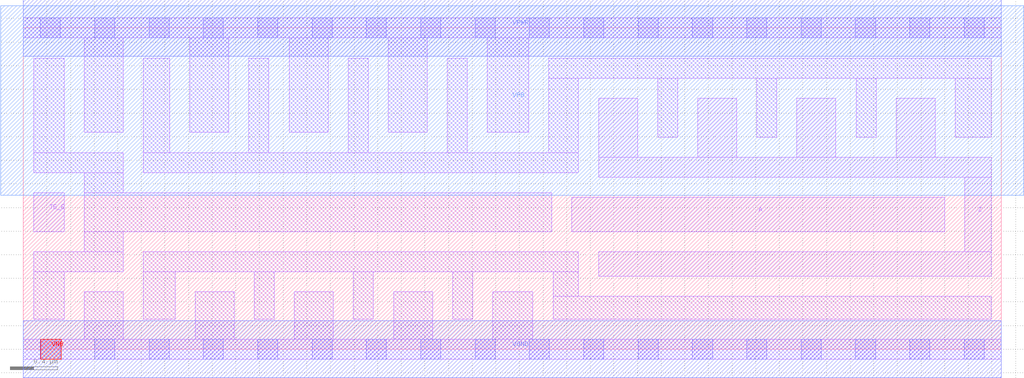
<source format=lef>
# Copyright 2020 The SkyWater PDK Authors
#
# Licensed under the Apache License, Version 2.0 (the "License");
# you may not use this file except in compliance with the License.
# You may obtain a copy of the License at
#
#     https://www.apache.org/licenses/LICENSE-2.0
#
# Unless required by applicable law or agreed to in writing, software
# distributed under the License is distributed on an "AS IS" BASIS,
# WITHOUT WARRANTIES OR CONDITIONS OF ANY KIND, either express or implied.
# See the License for the specific language governing permissions and
# limitations under the License.
#
# SPDX-License-Identifier: Apache-2.0

VERSION 5.7 ;
  NOWIREEXTENSIONATPIN ON ;
  DIVIDERCHAR "/" ;
  BUSBITCHARS "[]" ;
MACRO sky130_fd_sc_hd__einvn_8
  CLASS CORE ;
  FOREIGN sky130_fd_sc_hd__einvn_8 ;
  ORIGIN  0.000000  0.000000 ;
  SIZE  8.280000 BY  2.720000 ;
  SYMMETRY X Y R90 ;
  SITE unithd ;
  PIN A
    ANTENNAGATEAREA  1.980000 ;
    DIRECTION INPUT ;
    USE SIGNAL ;
    PORT
      LAYER li1 ;
        RECT 4.645000 0.995000 7.800000 1.285000 ;
    END
  END A
  PIN TE_B
    ANTENNAGATEAREA  1.375500 ;
    DIRECTION INPUT ;
    USE SIGNAL ;
    PORT
      LAYER li1 ;
        RECT 0.090000 0.995000 0.345000 1.325000 ;
    END
  END TE_B
  PIN VNB
    PORT
      LAYER pwell ;
        RECT 0.150000 -0.085000 0.320000 0.085000 ;
    END
  END VNB
  PIN VPB
    PORT
      LAYER nwell ;
        RECT -0.190000 1.305000 8.470000 2.910000 ;
    END
  END VPB
  PIN Z
    ANTENNADIFFAREA  1.782000 ;
    DIRECTION OUTPUT ;
    USE SIGNAL ;
    PORT
      LAYER li1 ;
        RECT 4.870000 0.620000 8.195000 0.825000 ;
        RECT 4.870000 1.455000 8.195000 1.625000 ;
        RECT 4.870000 1.625000 5.200000 2.125000 ;
        RECT 5.710000 1.625000 6.040000 2.125000 ;
        RECT 6.550000 1.625000 6.880000 2.125000 ;
        RECT 7.390000 1.625000 7.720000 2.125000 ;
        RECT 7.970000 0.825000 8.195000 1.455000 ;
    END
  END Z
  PIN VGND
    DIRECTION INOUT ;
    SHAPE ABUTMENT ;
    USE GROUND ;
    PORT
      LAYER met1 ;
        RECT 0.000000 -0.240000 8.280000 0.240000 ;
    END
  END VGND
  PIN VPWR
    DIRECTION INOUT ;
    SHAPE ABUTMENT ;
    USE POWER ;
    PORT
      LAYER met1 ;
        RECT 0.000000 2.480000 8.280000 2.960000 ;
    END
  END VPWR
  OBS
    LAYER li1 ;
      RECT 0.000000 -0.085000 8.280000 0.085000 ;
      RECT 0.000000  2.635000 8.280000 2.805000 ;
      RECT 0.090000  0.255000 0.345000 0.655000 ;
      RECT 0.090000  0.655000 0.845000 0.825000 ;
      RECT 0.090000  1.495000 0.845000 1.665000 ;
      RECT 0.090000  1.665000 0.345000 2.465000 ;
      RECT 0.515000  0.085000 0.845000 0.485000 ;
      RECT 0.515000  0.825000 0.845000 0.995000 ;
      RECT 0.515000  0.995000 4.475000 1.325000 ;
      RECT 0.515000  1.325000 0.845000 1.495000 ;
      RECT 0.515000  1.835000 0.845000 2.635000 ;
      RECT 1.015000  0.255000 1.285000 0.655000 ;
      RECT 1.015000  0.655000 4.700000 0.825000 ;
      RECT 1.015000  1.495000 4.700000 1.665000 ;
      RECT 1.015000  1.665000 1.240000 2.465000 ;
      RECT 1.410000  1.835000 1.740000 2.635000 ;
      RECT 1.455000  0.085000 1.785000 0.485000 ;
      RECT 1.910000  1.665000 2.080000 2.465000 ;
      RECT 1.955000  0.255000 2.125000 0.655000 ;
      RECT 2.250000  1.835000 2.580000 2.635000 ;
      RECT 2.295000  0.085000 2.625000 0.485000 ;
      RECT 2.750000  1.665000 2.920000 2.465000 ;
      RECT 2.795000  0.255000 2.965000 0.655000 ;
      RECT 3.090000  1.835000 3.420000 2.635000 ;
      RECT 3.135000  0.085000 3.465000 0.485000 ;
      RECT 3.590000  1.665000 3.760000 2.465000 ;
      RECT 3.635000  0.255000 3.805000 0.655000 ;
      RECT 3.930000  1.835000 4.280000 2.635000 ;
      RECT 3.975000  0.085000 4.315000 0.485000 ;
      RECT 4.450000  1.665000 4.700000 2.295000 ;
      RECT 4.450000  2.295000 8.195000 2.465000 ;
      RECT 4.485000  0.255000 8.195000 0.450000 ;
      RECT 4.485000  0.450000 4.700000 0.655000 ;
      RECT 5.370000  1.795000 5.540000 2.295000 ;
      RECT 6.210000  1.795000 6.380000 2.295000 ;
      RECT 7.050000  1.795000 7.220000 2.295000 ;
      RECT 7.890000  1.795000 8.195000 2.295000 ;
    LAYER mcon ;
      RECT 0.145000 -0.085000 0.315000 0.085000 ;
      RECT 0.145000  2.635000 0.315000 2.805000 ;
      RECT 0.605000 -0.085000 0.775000 0.085000 ;
      RECT 0.605000  2.635000 0.775000 2.805000 ;
      RECT 1.065000 -0.085000 1.235000 0.085000 ;
      RECT 1.065000  2.635000 1.235000 2.805000 ;
      RECT 1.525000 -0.085000 1.695000 0.085000 ;
      RECT 1.525000  2.635000 1.695000 2.805000 ;
      RECT 1.985000 -0.085000 2.155000 0.085000 ;
      RECT 1.985000  2.635000 2.155000 2.805000 ;
      RECT 2.445000 -0.085000 2.615000 0.085000 ;
      RECT 2.445000  2.635000 2.615000 2.805000 ;
      RECT 2.905000 -0.085000 3.075000 0.085000 ;
      RECT 2.905000  2.635000 3.075000 2.805000 ;
      RECT 3.365000 -0.085000 3.535000 0.085000 ;
      RECT 3.365000  2.635000 3.535000 2.805000 ;
      RECT 3.825000 -0.085000 3.995000 0.085000 ;
      RECT 3.825000  2.635000 3.995000 2.805000 ;
      RECT 4.285000 -0.085000 4.455000 0.085000 ;
      RECT 4.285000  2.635000 4.455000 2.805000 ;
      RECT 4.745000 -0.085000 4.915000 0.085000 ;
      RECT 4.745000  2.635000 4.915000 2.805000 ;
      RECT 5.205000 -0.085000 5.375000 0.085000 ;
      RECT 5.205000  2.635000 5.375000 2.805000 ;
      RECT 5.665000 -0.085000 5.835000 0.085000 ;
      RECT 5.665000  2.635000 5.835000 2.805000 ;
      RECT 6.125000 -0.085000 6.295000 0.085000 ;
      RECT 6.125000  2.635000 6.295000 2.805000 ;
      RECT 6.585000 -0.085000 6.755000 0.085000 ;
      RECT 6.585000  2.635000 6.755000 2.805000 ;
      RECT 7.045000 -0.085000 7.215000 0.085000 ;
      RECT 7.045000  2.635000 7.215000 2.805000 ;
      RECT 7.505000 -0.085000 7.675000 0.085000 ;
      RECT 7.505000  2.635000 7.675000 2.805000 ;
      RECT 7.965000 -0.085000 8.135000 0.085000 ;
      RECT 7.965000  2.635000 8.135000 2.805000 ;
  END
END sky130_fd_sc_hd__einvn_8
END LIBRARY

</source>
